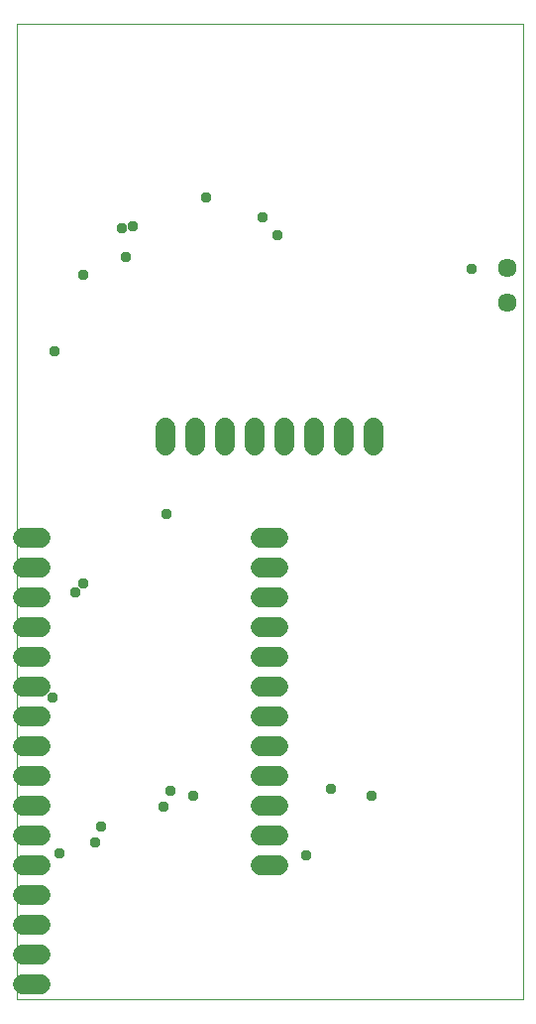
<source format=gbs>
G75*
%MOIN*%
%OFA0B0*%
%FSLAX25Y25*%
%IPPOS*%
%LPD*%
%AMOC8*
5,1,8,0,0,1.08239X$1,22.5*
%
%ADD10C,0.00000*%
%ADD11C,0.06343*%
%ADD12C,0.06800*%
%ADD13C,0.03778*%
D10*
X0052595Y0028933D02*
X0052595Y0356610D01*
X0222871Y0356610D01*
X0222871Y0028933D01*
X0052595Y0028933D01*
D11*
X0217595Y0263028D03*
X0217595Y0274839D03*
D12*
X0172595Y0221022D02*
X0172595Y0215022D01*
X0162595Y0215022D02*
X0162595Y0221022D01*
X0152595Y0221022D02*
X0152595Y0215022D01*
X0142595Y0215022D02*
X0142595Y0221022D01*
X0132595Y0221022D02*
X0132595Y0215022D01*
X0122595Y0215022D02*
X0122595Y0221022D01*
X0112595Y0221022D02*
X0112595Y0215022D01*
X0102595Y0215022D02*
X0102595Y0221022D01*
X0134595Y0183933D02*
X0140595Y0183933D01*
X0140595Y0173933D02*
X0134595Y0173933D01*
X0134595Y0163933D02*
X0140595Y0163933D01*
X0140595Y0153933D02*
X0134595Y0153933D01*
X0134595Y0143933D02*
X0140595Y0143933D01*
X0140595Y0133933D02*
X0134595Y0133933D01*
X0134595Y0123933D02*
X0140595Y0123933D01*
X0140595Y0113933D02*
X0134595Y0113933D01*
X0134595Y0103933D02*
X0140595Y0103933D01*
X0140595Y0093933D02*
X0134595Y0093933D01*
X0134595Y0083933D02*
X0140595Y0083933D01*
X0140595Y0073933D02*
X0134595Y0073933D01*
X0060595Y0073933D02*
X0054595Y0073933D01*
X0054595Y0083933D02*
X0060595Y0083933D01*
X0060595Y0093933D02*
X0054595Y0093933D01*
X0054595Y0103933D02*
X0060595Y0103933D01*
X0060595Y0113933D02*
X0054595Y0113933D01*
X0054595Y0123933D02*
X0060595Y0123933D01*
X0060595Y0133933D02*
X0054595Y0133933D01*
X0054595Y0143933D02*
X0060595Y0143933D01*
X0060595Y0153933D02*
X0054595Y0153933D01*
X0054595Y0163933D02*
X0060595Y0163933D01*
X0060595Y0173933D02*
X0054595Y0173933D01*
X0054595Y0183933D02*
X0060595Y0183933D01*
X0060595Y0063933D02*
X0054595Y0063933D01*
X0054595Y0053933D02*
X0060595Y0053933D01*
X0060595Y0043933D02*
X0054595Y0043933D01*
X0054595Y0033933D02*
X0060595Y0033933D01*
D13*
X0066995Y0078133D03*
X0078995Y0081733D03*
X0080795Y0087133D03*
X0101795Y0093733D03*
X0104195Y0099133D03*
X0111995Y0097333D03*
X0149795Y0077533D03*
X0158195Y0099733D03*
X0171995Y0097333D03*
X0102995Y0192133D03*
X0074795Y0168733D03*
X0072395Y0165733D03*
X0064595Y0130333D03*
X0065195Y0246733D03*
X0074795Y0272533D03*
X0089195Y0278533D03*
X0087995Y0288133D03*
X0091595Y0288733D03*
X0116195Y0298333D03*
X0135395Y0291733D03*
X0140195Y0285733D03*
X0205595Y0274333D03*
M02*

</source>
